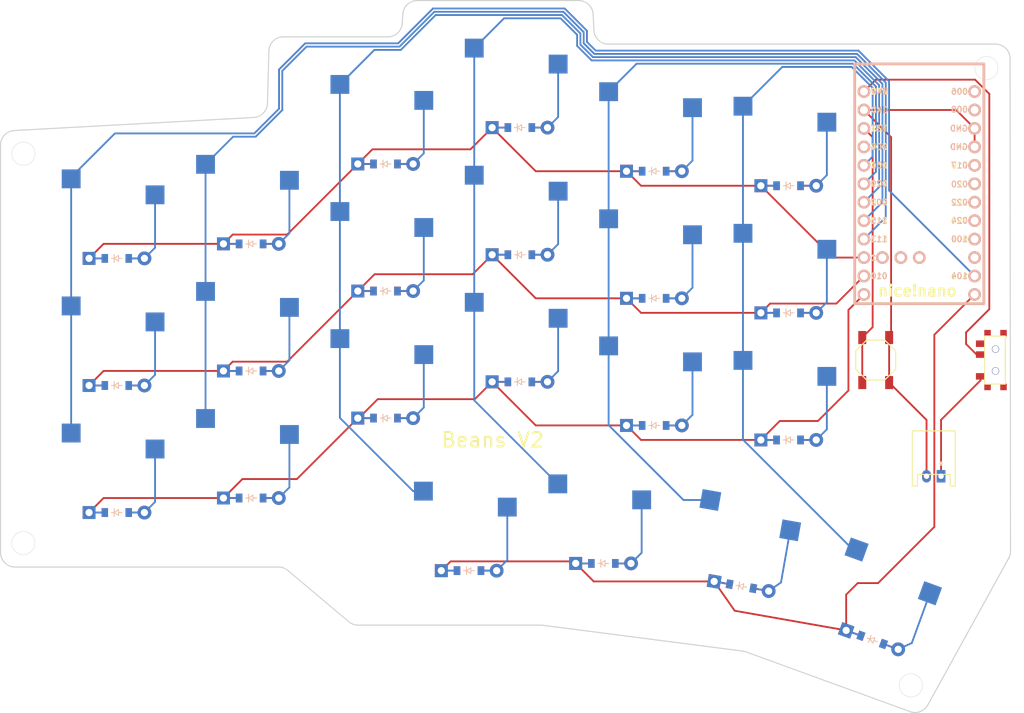
<source format=kicad_pcb>
(kicad_pcb (version 20240108) (generator "pcbnew") (generator_version "8.0")
  (title_block (title "left") (rev "v1.0.0") (company "Unknown"))
  (layers (0 "F.Cu" signal) (31 "B.Cu" signal) (34 "B.Paste" user) (35 "F.Paste" user) (36 "B.SilkS" user "B.Silkscreen") (37 "F.SilkS" user "F.Silkscreen") (38 "B.Mask" user) (39 "F.Mask" user) (44 "Edge.Cuts" user))
  (net 0 "")
  (net 1 "P104")
  (net 2 "first_bottom")
  (net 3 "first_home")
  (net 4 "first_top")
  (net 5 "P113")
  (net 6 "second_bottom")
  (net 7 "second_home")
  (net 8 "second_top")
  (net 9 "P115")
  (net 10 "third_bottom")
  (net 11 "third_home")
  (net 12 "third_top")
  (net 13 "P002")
  (net 14 "fourth_bottom")
  (net 15 "fourth_home")
  (net 16 "fourth_top")
  (net 17 "P029")
  (net 18 "fifth_bottom")
  (net 19 "fifth_home")
  (net 20 "fifth_top")
  (net 21 "P031")
  (net 22 "sixth_bottom")
  (net 23 "sixth_home")
  (net 24 "sixth_top")
  (net 25 "first_only")
  (net 26 "second_only")
  (net 27 "third_only")
  (net 28 "fourth_only")
  (net 29 "P009")
  (net 30 "P010")
  (net 31 "P111")
  (net 32 "P106")
  (net 33 "RAW")
  (net 34 "GND")
  (net 35 "RST")
  (net 36 "VCC")
  (net 37 "P006")
  (net 38 "P008")
  (net 39 "P017")
  (net 40 "P020")
  (net 41 "P022")
  (net 42 "P024")
  (net 43 "P100")
  (net 44 "P011")
  (net 45 "P101")
  (net 46 "P102")
  (net 47 "P107")
  (net 48 "pos")
  (footprint "E73:SPDT_C128955" (layer "F.Cu") (at 221.65576 66.405703 -90)
    (property "Reference" "T1" (hide yes))
    (property "Value" "" (hide yes))
  )
  (footprint "E73:SW_TACT_ALPS_SKQGABE010" (layer "F.Cu") (at 205.155757 66.405703 -90)
    (property "Reference" "B1" (hide yes))
    (property "Value" "" (hide yes))
  )
  (footprint "ComboDiode" (layer "F.Cu") (at 193.155761 42.405706)
    (property "Reference" "D18" (hide yes))
    (property "Value" "" (hide yes))
  )
  (footprint "ComboDiode" (layer "F.Cu") (at 156.155757 34.405704)
    (property "Reference" "D12" (hide yes))
    (property "Value" "" (hide yes))
  )
  (footprint "PG1350" (layer "F.Cu") (at 153.155758 29.405703)
    (property "Reference" "S12" (hide yes))
    (property "Value" "" (hide yes))
  )
  (footprint "ComboDiode" (layer "F.Cu") (at 193.155761 59.905704)
    (property "Reference" "D17" (hide yes))
    (property "Value" "" (hide yes))
  )
  (footprint "PG1350" (layer "F.Cu") (at 134.65576 69.405706)
    (property "Reference" "S7" (hide yes))
    (property "Value" "" (hide yes))
  )
  (footprint "ComboDiode" (layer "F.Cu") (at 119.155758 50.405704)
    (property "Reference" "D6" (hide yes))
    (property "Value" "" (hide yes))
  )
  (footprint "ComboDiode" (layer "F.Cu") (at 174.655758 75.405704)
    (property "Reference" "D13" (hide yes))
    (property "Value" "" (hide yes))
  )
  (footprint "ComboDiode" (layer "F.Cu") (at 137.655758 56.905703)
    (property "Reference" "D8" (hide yes))
    (property "Value" "" (hide yes))
  )
  (footprint "PG1350" (layer "F.Cu") (at 171.655756 52.905706)
    (property "Reference" "S14" (hide yes))
    (property "Value" "" (hide yes))
  )
  (footprint "PG1350" (layer "F.Cu") (at 97.655762 82.405704)
    (property "Reference" "S1" (hide yes))
    (property "Value" "" (hide yes))
  )
  (footprint "PG1350" (layer "F.Cu") (at 171.655763 35.405707)
    (property "Reference" "S15" (hide yes))
    (property "Value" "" (hide yes))
  )
  (footprint "PG1350" (layer "F.Cu") (at 190.155759 72.405703)
    (property "Reference" "S16" (hide yes))
    (property "Value" "" (hide yes))
  )
  (footprint "PG1350" (layer "F.Cu") (at 153.155757 64.405704)
    (property "Reference" "S10" (hide yes))
    (property "Value" "" (hide yes))
  )
  (footprint "ComboDiode" (layer "F.Cu") (at 100.655757 69.905703)
    (property "Reference" "D2" (hide yes))
    (property "Value" "" (hide yes))
  )
  (footprint "ComboDiode" (layer "F.Cu") (at 137.655761 74.405705)
    (property "Reference" "D7" (hide yes))
    (property "Value" "" (hide yes))
  )
  (footprint "ComboDiode" (layer "F.Cu") (at 156.155763 51.905704)
    (property "Reference" "D11" (hide yes))
    (property "Value" "" (hide yes))
  )
  (footprint "ComboDiode" (layer "F.Cu") (at 186.668049 97.55025 -10)
    (property "Reference" "D21" (hide yes))
    (property "Value" "" (hide yes))
  )
  (footprint "ComboDiode" (layer "F.Cu") (at 204.671799 104.933284 -20)
    (property "Reference" "D22" (hide yes))
    (property "Value" "" (hide yes))
  )
  (footprint "PG1350" (layer "F.Cu") (at 97.65576 47.405705)
    (property "Reference" "S3" (hide yes))
    (property "Value" "" (hide yes))
  )
  (footprint "ComboDiode" (layer "F.Cu") (at 156.155755 69.405707)
    (property "Reference" "D10" (hide yes))
    (property "Value" "" (hide yes))
  )
  (footprint "PG1350" (layer "F.Cu") (at 146.155762 90.405704)
    (property "Reference" "S19" (hide yes))
    (property "Value" "" (hide yes))
  )
  (footprint "PG1350" (layer "F.Cu") (at 171.65576 70.405705)
    (property "Reference" "S13" (hide yes))
    (property "Value" "" (hide yes))
  )
  (footprint "ComboDiode" (layer "F.Cu") (at 100.65576 52.405703)
    (property "Reference" "D3" (hide yes))
    (property "Value" "" (hide yes))
  )
  (footprint "ComboDiode" (layer "F.Cu") (at 149.155762 95.405704)
    (property "Reference" "D19" (hide yes))
    (property "Value" "" (hide yes))
  )
  (footprint "ComboDiode" (layer "F.Cu") (at 137.655763 39.405704)
    (property "Reference" "D9" (hide yes))
    (property "Value" "" (hide yes))
  )
  (footprint "PG1350" (layer "F.Cu") (at 134.655759 51.905706)
    (property "Reference" "S8" (hide yes))
    (property "Value" "" (hide yes))
  )
  (footprint "PG1350" (layer "F.Cu") (at 97.655758 64.905704)
    (property "Reference" "S2" (hide yes))
    (property "Value" "" (hide yes))
  )
  (footprint "PG1350" (layer "F.Cu") (at 164.655761 89.405704)
    (property "Reference" "S20" (hide yes))
    (property "Value" "" (hide yes))
  )
  (footprint "JST_PH_S2B-PH-K_02x2.00mm_Angled" (layer "F.Cu") (at 213.155761 82.405704 180)
    (property "Reference" "JST1" (hide yes))
    (property "Value" "" (hide yes))
  )
  (footprint "ComboDiode" (layer "F.Cu") (at 100.65576 87.405704)
    (property "Reference" "D1" (hide yes))
    (property "Value" "" (hide yes))
  )
  (footprint "PG1350" (layer "F.Cu") (at 116.155761 45.405706)
    (property "Reference" "S6" (hide yes))
    (property "Value" "" (hide yes))
  )
  (footprint "ComboDiode" (layer "F.Cu") (at 174.655763 57.905702)
    (property "Reference" "D14" (hide yes))
    (property "Value" "" (hide yes))
  )
  (footprint "PG1350" (layer "F.Cu") (at 203.56282 99.208761 -20)
    (property "Reference" "S22" (hide yes))
    (property "Value" "" (hide yes))
  )
  (footprint "PG1350" (layer "F.Cu") (at 190.155761 54.905704)
    (property "Reference" "S17" (hide yes))
    (property "Value" "" (hide yes))
  )
  (footprint "PG1350" (layer "F.Cu") (at 134.655756 34.405705)
    (property "Reference" "S9" (hide yes))
    (property "Value" "" (hide yes))
  )
  (footprint "ComboDiode" (layer "F.Cu") (at 193.155762 77.405706)
    (property "Reference" "D16" (hide yes))
    (property "Value" "" (hide yes))
  )
  (footprint "ComboDiode" (layer "F.Cu") (at 174.65576 40.405702)
    (property "Reference" "D15" (hide yes))
    (property "Value" "" (hide yes))
  )
  (footprint "PG1350" (layer "F.Cu") (at 184.581864 92.10527 -10)
    (property "Reference" "S21" (hide yes))
    (property "Value" "" (hide yes))
  )
  (footprint "PG1350" (layer "F.Cu") (at 153.155762 46.905702)
    (property "Reference" "S11" (hide yes))
    (property "Value" "" (hide yes))
  )
  (footprint "PG1350" (layer "F.Cu") (at 190.155759 37.405705)
    (property "Reference" "S18" (hide yes))
    (property "Value" "" (hide yes))
  )
  (footprint "nice_nano" (layer "F.Cu") (at 211.155756 43.405706 -90)
    (property "Reference" "MCU1" (hide yes))
    (property "Value" "nice_nano" (hide yes))
  )
  (footprint "ComboDiode" (layer "F.Cu") (at 119.155754 85.405705)
    (property "Reference" "D4" (hide yes))
    (property "Value" "" (hide yes))
  )
  (footprint "ComboDiode" (layer "F.Cu") (at 167.65576 94.405706)
    (property "Reference" "D20" (hide yes))
    (property "Value" "" (hide yes))
  )
  (footprint "PG1350" (layer "F.Cu") (at 116.155761 80.405707)
    (property "Reference" "S4" (hide yes))
    (property "Value" "" (hide yes))
  )
  (footprint "ComboDiode" (layer "F.Cu") (at 119.155764 67.905707)
    (property "Reference" "D5" (hide yes))
    (property "Value" "" (hide yes))
  )
  (footprint "PG1350" (layer "F.Cu") (at 116.15576 62.905705)
    (property "Reference" "S5" (hide yes))
    (property "Value" "" (hide yes))
  )
  (gr_line (start 86.546927 34.802641) (end 119.51558 33.00599) (stroke (width 0.15)) (layer "Edge.Cuts"))
  (gr_arc (start 84.655758 36.79968) (mid 85.203577 35.424482) (end 86.546927 34.802641) (stroke (width 0.15)) (layer "Edge.Cuts"))
  (gr_line (start 142.039358 16.905702) (end 164.253262 16.905704) (stroke (width 0.15)) (layer "Edge.Cuts"))
  (gr_arc (start 186.851778 106.480286) (mid 187.068672 106.520547) (end 187.279813 106.584448) (stroke (width 0.15)) (layer "Edge.Cuts"))
  (gr_circle (center 210 111.2) (end 211.6 111.2) (stroke (width 0.05)) (fill none) (layer "Edge.Cuts"))
  (gr_line (start 159.027231 102.905706) (end 133.8857 102.905705) (stroke (width 0.15)) (layer "Edge.Cuts"))
  (gr_line (start 123.601956 21.905701) (end 137.972162 21.905702) (stroke (width 0.15)) (layer "Edge.Cuts"))
  (gr_line (start 166.250769 18.805831) (end 166.360751 21.005579) (stroke (width 0.15)) (layer "Edge.Cuts"))
  (gr_line (start 223.469909 93.694371) (end 212.330171 113.901735) (stroke (width 0.15)) (layer "Edge.Cuts"))
  (gr_arc (start 164.253262 16.905705) (mid 165.631713 17.45661) (end 166.250769 18.805831) (stroke (width 0.15)) (layer "Edge.Cuts"))
  (gr_arc (start 159.027232 102.905706) (mid 159.155499 102.909824) (end 159.283239 102.922158) (stroke (width 0.15)) (layer "Edge.Cuts"))
  (gr_line (start 186.851778 106.480286) (end 159.283239 102.922158) (stroke (width 0.15)) (layer "Edge.Cuts"))
  (gr_arc (start 212.330172 113.901737) (mid 211.281276 114.808719) (end 209.894643 114.815574) (stroke (width 0.15)) (layer "Edge.Cuts"))
  (gr_line (start 139.968573 20.025491) (end 140.042947 18.78592) (stroke (width 0.15)) (layer "Edge.Cuts"))
  (gr_arc (start 133.885698 102.905706) (mid 133.199999 102.784488) (end 132.59742 102.435526) (stroke (width 0.15)) (layer "Edge.Cuts"))
  (gr_line (start 168.358259 22.905705) (end 221.657554 22.905706) (stroke (width 0.15)) (layer "Edge.Cuts"))
  (gr_circle (center 87.8 91.6) (end 89.4 91.6) (stroke (width 0.05)) (fill none) (layer "Edge.Cuts"))
  (gr_line (start 223.657551 24.903909) (end 223.718414 92.72703) (stroke (width 0.15)) (layer "Edge.Cuts"))
  (gr_arc (start 139.968573 20.025491) (mid 139.343371 21.361654) (end 137.972162 21.905702) (stroke (width 0.15)) (layer "Edge.Cuts"))
  (gr_arc (start 168.358259 22.905705) (mid 166.979806 22.3548) (end 166.360751 21.005579) (stroke (width 0.15)) (layer "Edge.Cuts"))
  (gr_line (start 84.655756 92.905705) (end 84.655758 36.79968) (stroke (width 0.15)) (layer "Edge.Cuts"))
  (gr_line (start 209.894643 114.815574) (end 187.279813 106.584448) (stroke (width 0.15)) (layer "Edge.Cuts"))
  (gr_circle (center 220.4 26.2) (end 222 26.2) (stroke (width 0.05)) (fill none) (layer "Edge.Cuts"))
  (gr_arc (start 221.657554 22.905706) (mid 223.071129 23.490859) (end 223.657551 24.903909) (stroke (width 0.15)) (layer "Edge.Cuts"))
  (gr_arc (start 140.042947 18.78592) (mid 140.668147 17.449755) (end 142.039358 16.905702) (stroke (width 0.15)) (layer "Edge.Cuts"))
  (gr_arc (start 86.65576 94.905704) (mid 85.241546 94.319919) (end 84.655756 92.905705) (stroke (width 0.15)) (layer "Edge.Cuts"))
  (gr_line (start 122.925824 94.905703) (end 86.65576 94.905704) (stroke (width 0.15)) (layer "Edge.Cuts"))
  (gr_line (start 121.406005 31.063472) (end 121.602703 23.851178) (stroke (width 0.15)) (layer "Edge.Cuts"))
  (gr_line (start 132.59742 102.435526) (end 124.214097 95.375883) (stroke (width 0.15)) (layer "Edge.Cuts"))
  (gr_arc (start 223.718414 92.72703) (mid 223.655515 93.226462) (end 223.469909 93.694371) (stroke (width 0.15)) (layer "Edge.Cuts"))
  (gr_arc (start 122.925826 94.905705) (mid 123.611521 95.026923) (end 124.214097 95.375883) (stroke (width 0.15)) (layer "Edge.Cuts"))
  (gr_arc (start 121.406004 31.063473) (mid 120.840047 32.403816) (end 119.51558 33.00599) (stroke (width 0.15)) (layer "Edge.Cuts"))
  (gr_circle (center 87.8 38) (end 89.4 38) (stroke (width 0.05)) (fill none) (layer "Edge.Cuts"))
  (gr_arc (start 121.602702 23.851181) (mid 122.207154 22.472345) (end 123.601956 21.905701) (stroke (width 0.15)) (layer "Edge.Cuts"))
  (gr_text "Beans V2" (at 145.15576 77.405703 0) (layer "F.SilkS") (effects (font (size 2 2) (thickness 0.3)) (justify left)))
  (segment (start 94.38076 41.21924) (end 100.4 35.2) (width 0.25) (layer "B.Cu") (net 1))
  (segment (start 165.4 22.6) (end 166.6 23.8) (width 0.25) (layer "B.Cu") (net 1))
  (segment (start 126.6 22.8) (end 139.4 22.8) (width 0.25) (layer "B.Cu") (net 1))
  (segment (start 94.380758 58.955703) (end 94.380762 59.724186) (width 0.25) (layer "B.Cu") (net 1))
  (segment (start 94.380761 59.724188) (end 94.380762 76.455705) (width 0.25) (layer "B.Cu") (net 1))
  (segment (start 94.380759 41.455707) (end 94.380758 58.955703) (width 0.25) (layer "B.Cu") (net 1))
  (segment (start 119.6 35.2) (end 123 31.8) (width 0.25) (layer "B.Cu") (net 1))
  (segment (start 144.2 18) (end 162.331077 18) (width 0.25) (layer "B.Cu") (net 1))
  (segment (start 123 26.4) (end 126.6 22.8) (width 0.25) (layer "B.Cu") (net 1))
  (segment (start 139.4 22.8) (end 144.2 18) (width 0.25) (layer "B.Cu") (net 1))
  (segment (start 123 31.8) (end 123 26.4) (width 0.25) (layer "B.Cu") (net 1))
  (segment (start 165.4 21.068923) (end 165.4 22.6) (width 0.25) (layer "B.Cu") (net 1))
  (segment (start 162.331077 18) (end 165.4 21.068923) (width 0.25) (layer "B.Cu") (net 1))
  (segment (start 202.780925 23.8) (end 207 28.019075) (width 0.25) (layer "B.Cu") (net 1))
  (segment (start 94.380762 59.724186) (end 94.380761 59.724188) (width 0.25) (layer "B.Cu") (net 1))
  (segment (start 207 28.019075) (end 207 43.05995) (width 0.25) (layer "B.Cu") (net 1))
  (segment (start 166.6 23.8) (end 202.780925 23.8) (width 0.25) (layer "B.Cu") (net 1))
  (segment (start 94.38076 41.455705) (end 94.38076 41.21924) (width 0.25) (layer "B.Cu") (net 1))
  (segment (start 100.4 35.2) (end 119.6 35.2) (width 0.25) (layer "B.Cu") (net 1))
  (segment (start 207 43.05995) (end 218.775756 54.835706) (width 0.25) (layer "B.Cu") (net 1))
  (segment (start 102.305761 87.405702) (end 104.465759 87.405707) (width 0.25) (layer "F.Cu") (net 2))
  (segment (start 105.930759 85.940701) (end 104.465758 87.405704) (width 0.25) (layer "B.Cu") (net 2))
  (segment (start 102.305761 87.405704) (end 104.465759 87.405706) (width 0.25) (layer "B.Cu") (net 2))
  (segment (start 104.465759 87.405706) (end 104.465758 87.405704) (width 0.25) (layer "B.Cu") (net 2))
  (segment (start 105.930761 78.655705) (end 105.930759 85.940701) (width 0.25) (layer "B.Cu") (net 2))
  (segment (start 102.305757 69.905705) (end 104.465763 69.905704) (width 0.25) (layer "F.Cu") (net 3))
  (segment (start 102.305757 69.905705) (end 104.465761 69.905703) (width 0.25) (layer "B.Cu") (net 3))
  (segment (start 104.465761 69.905703) (end 104.465759 69.905701) (width 0.25) (layer "B.Cu") (net 3))
  (segment (start 105.930761 68.440701) (end 104.465759 69.905701) (width 0.25) (layer "B.Cu") (net 3))
  (segment (start 105.930761 61.155705) (end 105.930761 68.440701) (width 0.25) (layer "B.Cu") (net 3))
  (segment (start 102.305762 52.4057) (end 104.465759 52.405702) (width 0.25) (layer "F.Cu") (net 4))
  (segment (start 105.930763 50.940705) (end 104.465759 52.405702) (width 0.25) (layer "B.Cu") (net 4))
  (segment (start 104.46576 52.405704) (end 104.465759 52.405702) (width 0.25) (layer "B.Cu") (net 4))
  (segment (start 105.930758 43.655704) (end 105.930763 50.940705) (width 0.25) (layer "B.Cu") (net 4))
  (segment (start 102.30576 52.405705) (end 104.46576 52.405704) (width 0.25) (layer "B.Cu") (net 4))
  (segment (start 112.88076 56.955704) (end 112.88076 56.955704) (width 0.25) (layer "B.Cu") (net 5))
  (segment (start 206.53706 28.192531) (end 206.53706 46.754402) (width 0.25) (layer "B.Cu") (net 5))
  (segment (start 162.144681 18.45) (end 164.947341 21.25266) (width 0.25) (layer "B.Cu") (net 5))
  (segment (start 206.53706 46.754402) (end 203.535756 49.755706) (width 0.25) (layer "B.Cu") (net 5))
  (segment (start 144.386396 18.45) (end 162.144681 18.45) (width 0.25) (layer "B.Cu") (net 5))
  (segment (start 164.947341 21.25266) (end 164.947341 22.783737) (width 0.25) (layer "B.Cu") (net 5))
  (segment (start 166.413604 24.25) (end 202.594529 24.25) (width 0.25) (layer "B.Cu") (net 5))
  (segment (start 112.880757 39.455705) (end 112.88076 56.955704) (width 0.25) (layer "B.Cu") (net 5))
  (segment (start 202.594529 24.25) (end 206.53706 28.192531) (width 0.25) (layer "B.Cu") (net 5))
  (segment (start 164.947341 22.783737) (end 166.413604 24.25) (width 0.25) (layer "B.Cu") (net 5))
  (segment (start 123.45 26.586396) (end 126.786396 23.25) (width 0.25) (layer "B.Cu") (net 5))
  (segment (start 126.786396 23.25) (end 139.586396 23.25) (width 0.25) (layer "B.Cu") (net 5))
  (segment (start 119.786396 35.65) (end 123.45 31.986396) (width 0.25) (layer "B.Cu") (net 5))
  (segment (start 112.880761 39.455706) (end 116.686467 35.65) (width 0.25) (layer "B.Cu") (net 5))
  (segment (start 116.686467 35.65) (end 119.786396 35.65) (width 0.25) (layer "B.Cu") (net 5))
  (segment (start 139.586396 23.25) (end 144.386396 18.45) (width 0.25) (layer "B.Cu") (net 5))
  (segment (start 112.880757 74.455706) (end 112.88076 56.955704) (width 0.25) (layer "B.Cu") (net 5))
  (segment (start 123.45 31.986396) (end 123.45 26.586396) (width 0.25) (layer "B.Cu") (net 5))
  (segment (start 120.805759 85.405702) (end 122.965759 85.405703) (width 0.25) (layer "F.Cu") (net 6))
  (segment (start 124.430761 83.9407) (end 122.965758 85.405703) (width 0.25) (layer "B.Cu") (net 6))
  (segment (start 122.965757 85.405704) (end 122.965758 85.405703) (width 0.25) (layer "B.Cu") (net 6))
  (segment (start 124.43076 76.655705) (end 124.430761 83.9407) (width 0.25) (layer "B.Cu") (net 6))
  (segment (start 120.805758 85.405704) (end 122.965757 85.405704) (width 0.25) (layer "B.Cu") (net 6))
  (segment (start 120.805761 67.905703) (end 122.965759 67.905705) (width 0.25) (layer "F.Cu") (net 7))
  (segment (start 120.805762 67.905704) (end 120.805761 67.905704) (width 0.25) (layer "B.Cu") (net 7))
  (segment (start 124.43076 66.440702) (end 122.965758 67.905704) (width 0.25) (layer "B.Cu") (net 7))
  (segment (start 124.430764 59.155705) (end 124.43076 66.440702) (width 0.25) (layer "B.Cu") (net 7))
  (segment (start 122.965758 67.905704) (end 120.805762 67.905704) (width 0.25) (layer "B.Cu") (net 7))
  (segment (start 120.805764 50.405706) (end 122.965764 50.405703) (width 0.25) (layer "F.Cu") (net 8))
  (segment (start 124.430762 41.655706) (end 124.43076 48.940703) (width 0.25) (layer "B.Cu") (net 8))
  (segment (start 124.43076 48.940703) (end 122.965763 50.405703) (width 0.25) (layer "B.Cu") (net 8))
  (segment (start 122.965762 50.405703) (end 122.965763 50.405703) (width 0.25) (layer "B.Cu") (net 8))
  (segment (start 120.805763 50.405706) (end 122.965762 50.405703) (width 0.25) (layer "B.Cu") (net 8))
  (segment (start 131.380761 63.455706) (end 131.380761 74.368706) (width 0.25) (layer "B.Cu") (net 9))
  (segment (start 131.38076 46.379638) (end 131.380761 63.455706) (width 0.25) (layer "B.Cu") (net 9))
  (segment (start 131.380758 45.955706) (end 131.380758 46.379635) (width 0.25) (layer "B.Cu") (net 9))
  (segment (start 206.08706 44.664402) (end 203.535756 47.215706) (width 0.25) (layer "B.Cu") (net 9))
  (segment (start 139.772792 23.7) (end 144.572792 18.9) (width 0.25) (layer "B.Cu") (net 9))
  (segment (start 206.08706 28.378927) (end 206.08706 44.664402) (width 0.25) (layer "B.Cu") (net 9))
  (segment (start 131.380757 28.455705) (end 131.380756 45.955703) (width 0.25) (layer "B.Cu") (net 9))
  (segment (start 131.380758 46.379635) (end 131.38076 46.379638) (width 0.25) (layer "B.Cu") (net 9))
  (segment (start 144.572792 18.9) (end 161.958285 18.9) (width 0.25) (layer "B.Cu") (net 9))
  (segment (start 141.467758 84.455704) (end 142.880762 84.455704) (width 0.25) (layer "B.Cu") (net 9))
  (segment (start 164.497341 21.439056) (end 164.497341 22.970133) (width 0.25) (layer "B.Cu") (net 9))
  (segment (start 131.380756 28.455705) (end 136.136461 23.7) (width 0.25) (layer "B.Cu") (net 9))
  (segment (start 164.497341 22.970133) (end 166.227208 24.7) (width 0.25) (layer "B.Cu") (net 9))
  (segment (start 131.380761 74.368706) (end 141.467758 84.455704) (width 0.25) (layer "B.Cu") (net 9))
  (segment (start 131.380756 45.955703) (end 131.380758 45.955706) (width 0.25) (layer "B.Cu") (net 9))
  (segment (start 161.958285 18.9) (end 164.497341 21.439056) (width 0.25) (layer "B.Cu") (net 9))
  (segment (start 136.136461 23.7) (end 139.772792 23.7) (width 0.25) (layer "B.Cu") (net 9))
  (segment (start 166.227208 24.7) (end 202.408133 24.7) (width 0.25) (layer "B.Cu") (net 9))
  (segment (start 202.408133 24.7) (end 206.08706 28.378927) (width 0.25) (layer "B.Cu") (net 9))
  (segment (start 139.305759 74.405703) (end 141.465763 74.405706) (width 0.25) (layer "F.Cu") (net 10))
  (segment (start 139.305759 74.405705) (end 141.46576 74.405707) (width 0.25) (layer "B.Cu") (net 10))
  (segment (start 142.930762 72.940706) (end 141.465763 74.405708) (width 0.25) (layer "B.Cu") (net 10))
  (segment (start 141.46576 74.405707) (end 141.465763 74.405708) (width 0.25) (layer "B.Cu") (net 10))
  (segment (start 142.930758 65.655704) (end 142.930762 72.940706) (width 0.25) (layer "B.Cu") (net 10))
  (segment (start 139.305764 56.905705) (end 141.465759 56.905704) (width 0.25) (layer "F.Cu") (net 11))
  (segment (start 141.465759 56.905705) (end 141.465759 56.905704) (width 0.25) (layer "B.Cu") (net 11))
  (segment (start 142.930759 48.155706) (end 142.930759 55.440703) (width 0.25) (layer "B.Cu") (net 11))
  (segment (start 142.930759 55.440703) (end 141.465759 56.905704) (width 0.25) (layer "B.Cu") (net 11))
  (segment (start 139.305762 56.905705) (end 141.465759 56.905705) (width 0.25) (layer "B.Cu") (net 11))
  (segment (start 139.305755 39.405704) (end 141.46576 39.405703) (width 0.25) (layer "F.Cu") (net 12))
  (segment (start 142.930758 30.655704) (end 142.930759 37.940702) (width 0.25) (layer "B.Cu") (net 12))
  (segment (start 141.46576 39.405704) (end 141.46576 39.405702) (width 0.25) (layer "B.Cu") (net 12))
  (segment (start 139.305757 39.405705) (end 141.46576 39.405704) (width 0.25) (layer "B.Cu") (net 12))
  (segment (start 142.930759 37.940702) (end 141.46576 39.405702) (width 0.25) (layer "B.Cu") (net 12))
  (segment (start 149.880758 40.955699) (end 149.880759 40.955702) (width 0.25) (layer "B.Cu") (net 13))
  (segment (start 205.63706 28.565323) (end 205.63706 42.574402) (width 0.25) (layer "B.Cu") (net 13))
  (segment (start 149.880759 58.455704) (end 149.880757 71.955702) (width 0.25) (layer "B.Cu") (net 13))
  (segment (start 161.771889 19.35) (end 164.047341 21.625452) (width 0.25) (layer "B.Cu") (net 13))
  (segment (start 149.880757 41.502482) (end 149.880759 58.455704) (width 0.25) (layer "B.Cu") (net 13))
  (segment (start 205.63706 42.574402) (end 203.535756 44.675706) (width 0.25) (layer "B.Cu") (net 13))
  (segment (start 164.047341 21.625452) (end 164.047341 23.156529) (width 0.25) (layer "B.Cu") (net 13))
  (segment (start 149.880758 23.455703) (end 153.986461 19.35) (width 0.25) (layer "B.Cu") (net 13))
  (segment (start 149.880759 40.955702) (end 149.880759 41.502479) (width 0.25) (layer "B.Cu") (net 13))
  (segment (start 164.047341 23.156529) (end 166.040812 25.15) (width 0.25) (layer "B.Cu") (net 13))
  (segment (start 166.040812 25.15) (end 202.221737 25.15) (width 0.25) (layer "B.Cu") (net 13))
  (segment (start 149.880758 23.455703) (end 149.880758 40.955699) (width 0.25) (layer "B.Cu") (net 13))
  (segment (start 149.880757 71.955702) (end 161.380761 83.455704) (width 0.25) (layer "B.Cu") (net 13))
  (segment (start 202.221737 25.15) (end 205.63706 28.565323) (width 0.25) (layer "B.Cu") (net 13))
  (segment (start 149.880759 41.502479) (end 149.880757 41.502482) (width 0.25) (layer "B.Cu") (net 13))
  (segment (start 153.986461 19.35) (end 161.771889 19.35) (width 0.25) (layer "B.Cu") (net 13))
  (segment (start 157.80576 69.405704) (end 159.965758 69.405706) (width 0.25) (layer "F.Cu") (net 14))
  (segment (start 157.805759 69.405707) (end 159.965754 69.405707) (width 0.25) (layer "B.Cu") (net 14))
  (segment (start 159.965754 69.405707) (end 159.965758 69.405706) (width 0.25) (layer "B.Cu") (net 14))
  (segment (start 161.430757 60.655705) (end 161.430757 67.940706) (width 0.25) (layer "B.Cu") (net 14))
  (segment (start 161.430757 67.940706) (end 159.965758 69.405706) (width 0.25) (layer "B.Cu") (net 14))
  (segment (start 159.965758 51.905703) (end 157.805763 51.905705) (width 0.25) (layer "F.Cu") (net 15))
  (segment (start 157.805762 51.905705) (end 159.965757 51.905703) (width 0.25) (layer "B.Cu") (net 15))
  (segment (start 159.965757 51.905703) (end 159.965759 51.905703) (width 0.25) (layer "B.Cu") (net 15))
  (segment (start 161.43076 50.440705) (end 159.965759 51.905703) (width 0.25) (layer "B.Cu") (net 15))
  (segment (start 161.430764 43.155704) (end 161.43076 50.440705) (width 0.25) (layer "B.Cu") (net 15))
  (segment (start 157.805756 34.405701) (end 159.965764 34.405706) (width 0.25) (layer "F.Cu") (net 16))
  (segment (start 157.805763 34.405708) (end 159.965756 34.405706) (width 0.25) (layer "B.Cu") (net 16))
  (segment (start 161.430755 25.655702) (end 161.430758 32.940706) (width 0.25) (layer "B.Cu") (net 16))
  (segment (start 161.430758 32.940706) (end 159.965758 34.405707) (width 0.25) (layer "B.Cu") (net 16))
  (segment (start 159.965756 34.405706) (end 159.965758 34.405707) (width 0.25) (layer "B.Cu") (net 16))
  (segment (start 168.380756 46.955706) (end 168.380755 64.455701) (width 0.25) (layer "B.Cu") (net 17))
  (segment (start 205.18706 28.751719) (end 205.18706 40.484402) (width 0.25) (layer "B.Cu") (net 17))
  (segment (start 178.689022 85.676964) (end 182.389823 85.676965) (width 0.25) (layer "B.Cu") (net 17))
  (segment (start 172.23647 25.6) (end 202.035341 25.6) (width 0.25) (layer "B.Cu") (net 17))
  (segment (start 168.380758 64.455704) (end 168.380759 75.368703) (width 0.25) (layer "B.Cu") (net 17))
  (segment (start 168.380763 29.455706) (end 168.380762 46.955699) (width 0.25) (layer "B.Cu") (net 17))
  (segment (start 168.380759 75.368703) (end 178.689022 85.676964) (width 0.25) (layer "B.Cu") (net 17))
  (segment (start 168.380763 29.455707) (end 172.23647 25.6) (width 0.25) (layer "B.Cu") (net 17))
  (segment (start 205.18706 40.484402) (end 203.535756 42.135706) (width 0.25) (layer "B.Cu") (net 17))
  (segment (start 168.380755 64.455701) (end 168.380758 64.455704) (width 0.25) (layer "B.Cu") (net 17))
  (segment (start 168.380762 46.955699) (end 168.380756 46.955706) (width 0.25) (layer "B.Cu") (net 17))
  (segment (start 202.035341 25.6) (end 205.18706 28.751719) (width 0.25) (layer "B.Cu") (net 17))
  (segment (start 176.30576 75.405704) (end 178.465756 75.405703) (width 0.25) (layer "F.Cu") (net 18))
  (segment (start 178.465759 75.405704) (end 178.465757 75.405703) (width 0.25) (layer "B.Cu") (net 18))
  (segment (start 176.30576 75.405705) (end 178.465759 75.405704) (width 0.25) (layer "B.Cu") (net 18))
  (segment (start 179.930758 73.940705) (end 178.465757 75.405703) (width 0.25) (layer "B.Cu") (net 18))
  (segment (start 179.930758 66.655703) (end 179.930758 73.940705) (width 0.25) (layer "B.Cu") (net 18))
  (segment (start 176.305754 57.905705) (end 178.465758 57.9057) (width 0.25) (layer "F.Cu") (net 19))
  (segment (start 179.930754 56.440707) (end 178.46576 57.905705) (width 0.25) (layer "B.Cu") (net 19))
  (segment (start 176.305756 57.905705) (end 178.465761 57.905705) (width 0.25) (layer "B.Cu") (net 19))
  (segment (start 178.465761 57.905705) (end 178.46576 57.905705) (width 0.25) (layer "B.Cu") (net 19))
  (segment (start 179.930755 49.155704) (end 179.930754 56.440707) (width 0.25) (layer "B.Cu") (net 19))
  (segment (start 176.305761 40.405705) (end 178.465758 40.405704) (width 0.25) (layer "F.Cu") (net 20))
  (segment (start 176.305761 40.405705) (end 178.465757 40.405705) (width 0.25) (layer "B.Cu") (net 20))
  (segment (start 178.465757 40.405705) (end 178.465759 40.405704) (width 0.25) (layer "B.Cu") (net 20))
  (segment (start 179.930762 31.655707) (end 179.930762 38.9407) (width 0.25) (layer "B.Cu") (net 20))
  (segment (start 179.930762 38.9407) (end 178.465759 40.405704) (width 0.25) (layer "B.Cu") (net 20))
  (segment (start 186.880759 48.955704) (end 186.88076 48.955705) (width 0.25) (layer "B.Cu") (net 21))
  (segment (start 204.73706 28.938115) (end 204.73706 38.394402) (width 0.25) (layer "B.Cu") (net 21))
  (segment (start 186.880757 77.368702) (end 202.009529 92.497473) (width 0.25) (layer "B.Cu") (net 21))
  (segment (start 202.009529 92.497473) (end 202.520347 92.497472) (width 0.25) (layer "B.Cu") (net 21))
  (segment (start 201.848945 26.05) (end 204.73706 28.938115) (width 0.25) (layer "B.Cu") (net 21))
  (segment (start 192.286464 26.05) (end 201.848945 26.05) (width 0.25) (layer "B.Cu") (net 21))
  (segment (start 204.73706 38.394402) (end 203.535756 39.595706) (width 0.25) (layer "B.Cu") (net 21))
  (segment (start 186.88076 48.955705) (end 186.88076 66.455701) (width 0.25) (layer "B.Cu") (net 21))
  (segment (start 186.880759 31.455705) (end 192.286464 26.05) (width 0.25) (layer "B.Cu") (net 21))
  (segment (start 186.88076 66.455701) (end 186.880759 66.455702) (width 0.25) (layer "B.Cu") (net 21))
  (segment (start 186.880759 66.455702) (end 186.880757 77.368702) (width 0.25) (layer "B.Cu") (net 21))
  (segment (start 186.880759 31.455705) (end 186.880759 48.955704) (width 0.25) (layer "B.Cu") (net 21))
  (segment (start 194.805756 77.405706) (end 196.96576 77.405703) (width 0.25) (layer "F.Cu") (net 22))
  (segment (start 198.430758 75.940706) (end 196.965762 77.405703) (width 0.25) (layer "B.Cu") (net 22))
  (segment (start 196.965762 77.405704) (end 196.965762 77.405703) (width 0.25) (layer "B.Cu") (net 22))
  (segment (start 198.430756 68.655705) (end 198.430758 75.940706) (width 0.25) (layer "B.Cu") (net 22))
  (segment (start 194.805759 77.405707) (end 196.965762 77.405704) (width 0.25) (layer "B.Cu") (net 22))
  (segment (start 194.805762 59.905705) (end 196.965756 59.905706) (width 0.25) (layer "F.Cu") (net 23))
  (segment (start 194.805761 59.905707) (end 196.965758 59.905705) (width 0.25) (layer "B.Cu") (net 23))
  (segment (start 198.430759 58.440707) (end 196.965758 59.905704) (width 0.25) (layer "B.Cu") (net 23))
  (segment (start 196.965758 59.905705) (end 196.965758 59.905704) (width 0.25) (layer "B.Cu") (net 23))
  (segment (start 198.43076 51.155704) (end 198.430759 58.440707) (width 0.25) (layer "B.Cu") (net 23))
  (segment (start 194.805757 42.405705) (end 196.965759 42.405702) (width 0.25) (layer "F.Cu") (net 24))
  (segment (start 196.965759 42.405707) (end 194.805757 42.405707) (width 0.25) (layer "B.Cu") (net 24))
  (segment (start 198.430761 40.940706) (end 196.965759 42.405707) (width 0.25) (layer "B.Cu") (net 24))
  (segment (start 198.43076 33.655704) (end 198.430761 40.940706) (width 0.25) (layer "B.Cu") (net 24))
  (segment (start 194.805757 42.405707) (end 194.805757 42.405708) (width 0.25) (layer "B.Cu") (net 24))
  (segment (start 150.805764 95.405705) (end 152.965757 95.405705) (width 0.25) (layer "F.Cu") (net 25))
  (segment (start 154.43076 86.655705) (end 154.430762 93.940705) (width 0.25) (layer "B.Cu") (net 25))
  (segment (start 152.965757 95.405705) (end 152.965758 95.405703) (width 0.25) (layer "B.Cu") (net 25))
  (segment (start 154.430762 93.940705) (end 152.965758 95.405703) (width 0.25) (layer "B.Cu") (net 25))
  (segment (start 150.805761 95.405705) (end 152.965757 95.405705) (width 0.25) (layer "B.Cu") (net 25))
  (segment (start 169.305763 94.405704) (end 171.465761 94.405707) (width 0.25) (layer "F.Cu") (net 26))
  (segment (start 172.93076 85.655705) (end 172.930763 92.940705) (width 0.25) (layer "B.Cu") (net 26))
  (segment (start 171.46576 94.405707) (end 171.465761 94.405707) (width 0.25) (layer "B.Cu") (net 26))
  (segment (start 169.30576 94.405705) (end 171.46576 94.405707) (width 0.25) (layer "B.Cu") (net 26))
  (segment (start 172.930763 92.940705) (end 171.465761 94.405707) (width 0.25) (layer "B.Cu") (net 26))
  (segment (start 188.292982 97.836769) (end 190.420162 98.211847) (width 0.25) (layer "F.Cu") (net 27))
  (segment (start 190.420162 98.211847) (end 190.420166 98.211854) (width 0.25) (layer "F.Cu") (net 27))
  (segment (start 193.382327 89.84918) (end 192.1173 97.023504) (width 0.25) (layer "B.Cu") (net 27))
  (segment (start 188.292982 97.836771) (end 188.292981 97.836769) (width 0.25) (layer "B.Cu") (net 27))
  (segment (start 192.1173 97.023504) (end 190.420166 98.211851) (width 0.25) (layer "B.Cu") (net 27))
  (segment (start 190.420166 98.211854) (end 188.292982 97.836771) (width 0.25) (layer "B.Cu") (net 27))
  (segment (start 206.222293 105.497614) (end 208.252029 106.23638) (width 0.25) (layer "F.Cu") (net 28))
  (segment (start 208.252029 106.23638) (end 208.252026 106.236382) (width 0.25) (layer "F.Cu") (net 28))
  (segment (start 208.252026 106.236382) (end 206.22229 105.497618) (width 0.25) (layer "B.Cu") (net 28))
  (segment (start 212.621352 98.51513) (end 210.129734 105.360792) (width 0.25) (layer "B.Cu") (net 28))
  (segment (start 206.22229 105.497618) (end 206.222293 105.497614) (width 0.25) (layer "B.Cu") (net 28))
  (segment (start 210.129734 105.360792) (end 208.252026 106.236382) (width 0.25) (layer "B.Cu") (net 28))
  (segment (start 115.345758 85.405706) (end 117.505763 85.405704) (width 0.25) (layer "F.Cu") (net 29))
  (segment (start 197.2 74.8) (end 191.951468 74.8) (width 0.25) (layer "F.Cu") (net 29))
  (segment (start 201.4 70.6) (end 197.2 74.8) (width 0.25) (layer "F.Cu") (net 29))
  (segment (start 189.345758 77.405703) (end 191.505763 77.405704) (width 0.25) (layer "F.Cu") (net 29))
  (segment (start 136.592182 71.791059) (end 149.960405 71.79106) (width 0.25) (layer "F.Cu") (net 29))
  (segment (start 125.460405 82.79106) (end 133.845758 74.405706) (width 0.25) (layer "F.Cu") (net 29))
  (segment (start 133.845758 74.405706) (end 133.977536 74.405705) (width 0.25) (layer "F.Cu") (net 29))
  (segment (start 96.845761 87.405703) (end 98.84576 85.405705) (width 0.25) (layer "F.Cu") (net 29))
  (segment (start 152.345754 69.405702) (end 154.505762 69.405702) (width 0.25) (layer "F.Cu") (net 29))
  (segment (start 170.845761 75.405704) (end 173.00576 75.405706) (width 0.25) (layer "F.Cu") (net 29))
  (segment (start 191.951468 74.8) (end 189.345762 77.405706) (width 0.25) (layer "F.Cu") (net 29))
  (segment (start 201.4 59.511459) (end 201.4 70.6) (width 0.25) (layer "F.Cu") (net 29))
  (segment (start 172.845762 77.405706) (end 189.345761 77.405706) (width 0.25) (layer "F.Cu") (net 29))
  (segment (start 115.345754 85.405704) (end 117.960401 82.791059) (width 0.25) (layer "F.Cu") (net 29))
  (segment (start 117.960401 82.791059) (end 125.460405 82.79106) (width 0.25) (layer "F.Cu") (net 29))
  (segment (start 98.84576 85.405705) (end 115.345754 85.405704) (width 0.25) (layer "F.Cu") (net 29))
  (segment (start 149.960405 71.79106) (end 152.345757 69.405706) (width 0.25) (layer "F.Cu") (net 29))
  (segment (start 133.845759 74.405703) (end 136.005758 74.405706) (width 0.25) (layer "F.Cu") (net 29))
  (segment (start 158.345753 75.405702) (end 170.84576 75.405704) (width 0.25) (layer "F.Cu") (net 29))
  (segment (start 133.977536 74.405705) (end 136.592182 71.791059) (width 0.25) (layer "F.Cu") (net 29))
  (segment (start 170.84576 75.405704) (end 172.845762 77.405706) (width 0.25) (layer "F.Cu") (net 29))
  (segment (start 152.345757 69.405706) (end 158.345753 75.405702) (width 0.25) (layer "F.Cu") (net 29))
  (segment (start 203.535756 57.375703) (end 201.4 59.511459) (width 0.25) (layer "F.Cu") (net 29))
  (segment (start 96.845764 87.405706) (end 99.00576 87.405706) (width 0.25) (layer "F.Cu") (net 29))
  (segment (start 152.34576 69.405706) (end 154.505759 69.405705) (width 0.25) (layer "B.Cu") (net 29))
  (segment (start 173.005758 75.405705) (end 173.005761 75.405703) (width 0.25) (layer "B.Cu") (net 29))
  (segment (start 99.005758 87.405704) (end 99.005759 87.405704) (width 0.25) (layer "B.Cu") (net 29))
  (segment (start 154.505759 69.405705) (end 154.505762 69.405705) (width 0.25) (layer "B.Cu") (net 29))
  (segment (start 115.345755 85.405705) (end 117.505759 85.405702) (width 0.25) (layer "B.Cu") (net 29))
  (segment (start 117.505759 85.405702) (end 117.505759 85.405701) (width 0.25) (layer "B.Cu") (net 29))
  (segment (start 170.845763 75.405705) (end 173.005758 75.405705) (width 0.25) (layer "B.Cu") (net 29))
  (segment (start 96.845764 87.405704) (end 99.005758 87.405704) (width 0.25) (layer "B.Cu") (net 29))
  (segment (start 191.505762 77.405705) (end 191.505763 77.405704) (width 0.25) (layer "B.Cu") (net 29))
  (segment (start 189.345759 77.405704) (end 191.505762 77.405705) (width 0.25) (layer "B.Cu") (net 29))
  (segment (start 133.845758 74.405705) (end 136.005758 74.405706) (width 0.25) (layer "B.Cu") (net 29))
  (segment (start 136.005758 74.405706) (end 136.00576 74.405703) (width 0.25) (layer "B.Cu") (net 29))
  (segment (start 172.845764 59.905704) (end 189.345761 59.905704) (width 0.25) (layer "F.Cu") (net 30))
  (segment (start 96.845757 69.905702) (end 98.845754 67.905707) (width 0.25) (layer "F.Cu") (net 30))
  (segment (start 152.345763 51.905705) (end 158.345761 57.905702) (width 0.25) (layer "F.Cu") (net 30))
  (segment (start 133.845759 56.905704) (end 136.160404 54.591059) (width 0.25) (layer "F.Cu") (net 30))
  (segment (start 115.345763 67.905706) (end 116.623262 66.628207) (width 0.25) (layer "F.Cu") (net 30))
  (segment (start 158.345761 57.905702) (end 170.845762 57.905703) (width 0.25) (layer "F.Cu") (net 30))
  (segment (start 98.845754 67.905707) (end 115.345763 67.905706) (width 0.25) (layer "F.Cu") (net 30))
  (segment (start 199.743258 58.628204) (end 203.535756 54.835706) (width 0.25) (layer "F.Cu") (net 30))
  (segment (start 170.845756 57.905707) (end 173.005763 57.905705) (width 0.25) (layer "F.Cu") (net 30))
  (segment (start 96.845761 69.905704) (end 99.005758 69.905707) (width 0.25) (layer "F.Cu") (net 30))
  (segment (start 189.345761 59.905704) (end 190.623261 58.628204) (width 0.25) (layer "F.Cu") (net 30))
  (segment (start 116.623262 66.628207) (end 124.123257 66.628207) (width 0.25) (layer "F.Cu") (net 30))
  (segment (start 170.845762 57.905703) (end 172.845764 59.905704) (width 0.25) (layer "F.Cu") (net 30))
  (segment (start 149.660408 54.591059) (end 152.345763 51.905705) (width 0.25) (layer "F.Cu") (net 30))
  (segment (start 189.345761 59.905706) (end 191.50576 59.905704) (width 0.25) (layer "F.Cu") (net 30))
  (segment (start 136.160404 54.591059) (end 149.660408 54.591059) (width 0.25) (layer "F.Cu") (net 30))
  (segment (start 152.345761 51.905705) (end 154.505758 51.905705) (width 0.25) (layer "F.Cu") (net 30))
  (segment (start 190.623261 58.628204) (end 199.743258 58.628204) (width 0.25) (layer "F.Cu") (net 30))
  (segment (start 133.84576 56.905705) (end 136.005757 56.905703) (width 0.25) (layer "F.Cu") (net 30))
  (segment (start 115.345761 67.9057) (end 117.505759 67.905703) (width 0.25) (layer "F.Cu") (net 30))
  (segment (start 124.123257 66.628207) (end 133.845759 56.905704) (width 0.25) (layer "F.Cu") (net 30))
  (segment (start 189.345762 59.905706) (end 191.50576 59.905704) (width 0.25) (layer "B.Cu") (net 30))
  (segment (start 191.50576 59.905704) (end 191.505761 59.905703) (width 0.25) (layer "B.Cu") (net 30))
  (segment (start 154.505757 51.905704) (end 154.505757 51.905703) (width 0.25) (layer "B.Cu") (net 30))
  (segment (start 115.345763 67.9057) (end 115.345762 67.905701) (width 0.25) (layer "B.Cu") (net 30))
  (segment (start 133.845761 56.905701) (end 136.005759 56.905702) (width 0.25) (layer "B.Cu") (net 30))
  (segment (start 96.845758 69.905703) (end 99.005758 69.905704) (width 0.25) (layer "B.Cu") (net 30))
  (segment (start 136.005759 56.905702) (end 136.00576 56.905702) (width 0.25) (layer "B.Cu") (net 30))
  (segment (start 99.005758 69.905704) (end 99.005759 69.905703) (width 0.25) (layer "B.Cu") (net 30))
  (segment (start 152.34576 51.905705) (end 154.505757 51.905704) (width 0.25) (layer "B.Cu") (net 30))
  (segment (start 170.845758 57.905706) (end 173.005761 57.905702) (width 0.25) (layer "B.Cu") (net 30))
  (segment (start 117.505758 67.905702) (end 115.345763 67.9057) (width 0.25) (layer "B.Cu") (net 30))
  (segment (start 173.005761 57.905702) (end 173.00576 57.905701) (width 0.25) (layer "B.Cu") (net 30))
  (segment (start 98.845758 50.405704) (end 115.345758 50.405703) (width 0.25) (layer "F.Cu") (net 31))
  (segment (start 189.345761 42.405706) (end 199.235761 52.295706) (width 0.25) (layer "F.Cu") (net 31))
  (segment (start 96.845758 52.405704) (end 99.005762 52.405703) (width 0.25) (layer "F.Cu") (net 31))
  (segment (start 152.345756 34.405705) (end 158.345757 40.405703) (width 0.25) (layer "F.Cu") (net 31))
  (segment (start 133.845763 39.405704) (end 135.860407 37.391059) (width 0.25) (layer "F.Cu") (net 31))
  (segment (start 172.845762 42.405705) (end 189.345761 42.405706) (width 0.25) (layer "F.Cu") (net 31))
  (segment (start 170.845758 40.405703) (end 173.005757 40.405703) (width 0.25) (layer "F.Cu") (net 31))
  (segment (start 189.345762 42.405704) (end 191.505761 42.405705) (width 0.25) (layer "F.Cu") (net 31))
  (segment (start 116.623258 49.128204) (end 124.123262 49.128204) (width 0.25) (layer "F.Cu") (net 31))
  (segment (start 115.345758 50.405704) (end 117.50576 50.405703) (width 0.25) (layer "F.Cu") (net 31))
  (segment (start 170.845759 40.405703) (end 172.845762 42.405705) (width 0.25) (layer "F.Cu") (net 31))
  (segment (start 124.123262 49.128204) (end 133.845763 39.405704) (width 0.25) (layer "F.Cu") (net 31))
  (segment (start 133.84576 39.405702) (end 136.005762 39.405706) (width 0.25) (layer "F.Cu") (net 31))
  (segment (start 152.345758 34.405704) (end 154.50576 34.405703) (width 0.25) (layer "F.Cu") (net 31))
  (segment (start 149.360402 37.39106) (end 152.345756 34.405705) (width 0.25) (layer "F.Cu") (net 31))
  (segment (start 199.235761 52.295706) (end 203.535756 52.295706) (width 0.25) (layer "F.Cu") (net 31))
  (segment (start 96.845758 52.405704) (end 98.845758 50.405704) (width 0.25) (layer "F.Cu") (net 31))
  (segment (start 115.345758 50.405703) (end 116.623258 49.128204) (width 0.25) (layer "F.Cu") (net 31))
  (segment (start 158.345757 40.405703) (end 170.845759 40.405703) (width 0.25) (layer "F.Cu") (net 31))
  (segment (start 135.860407 37.391059) (end 149.360402 37.39106) (width 0.25) (layer "F.Cu") (net 31))
  (segment (start 117.505759 50.405704) (end 117.50576 50.405703) (width 0.25) (layer "B.Cu") (net 31))
  (segment (start 152.345757 34.405705) (end 154.50576 34.405704) (width 0.25) (layer "B.Cu") (net 31))
  (segment (start 173.005758 40.405702) (end 173.005757 40.405702) (width 0.25) (layer "B.Cu") (net 31))
  (segment (start 115.345757 50.405703) (end 117.505759 50.405704) (width 0.25) (layer "B.Cu") (net 31))
  (segment (start 191.505761 42.405705) (end 189.345759 42.405704) (width 0.25) (layer "B.Cu") (net 31))
  (segment (start 99.005759 52.405704) (end 99.00576 52.405702) (width 0.25) (layer "B.Cu") (net 31))
  (segment (start 133.845761 39.405701) (end 136.00576 39.405704) (width 0.25) (layer "B.Cu") (net 31))
  (segment (start 96.84576 52.405703) (end 99.005759 52.405704) (width 0.25) (layer "B.Cu") (net 31))
  (segment (start 136.00576 39.405704) (end 136.005761 39.405705) (width 0.25) (layer "B.Cu") (net 31))
  (segment (start 170.845759 40.405703) (end 173.005758 40.405702) (width 0.25) (layer "B.Cu") (net 31))
  (segment (start 189.345759 42.405704) (end 189.345758 42.405706) (width 0.25) (layer "B.Cu") (net 31))
  (segment (start 154.50576 34.405704) (end 154.505759 34.405703) (width 0.25) (layer "B.Cu") (net 31))
  (segment (start 203.121304 104.36895) (end 203.121305 104.368952) (width 0.25) (layer "F.Cu") (net 32))
  (segment (start 182.915931 96.888649) (end 185.741161 100.923495) (width 0.25) (layer "F.Cu") (net 32))
  (segment (start 145.345761 95.405703) (end 146.62326 94.128203) (width 0.25) (layer "F.Cu") (net 32))
  (segment (start 185.043111 97.263729) (end 185.043111 97.263733) (width 0.25) (layer "F.Cu") (net 32))
  (segment (start 163.845761 94.405705) (end 166.328703 96.888649) (width 0.25) (layer "F.Cu") (net 32))
  (segment (start 201.09157 98.70843) (end 201.09157 103.630187) (width 0.25) (layer "F.Cu") (net 32))
  (segment (start 205.480739 97.119261) (end 202.680739 97.119261) (width 0.25) (layer "F.Cu") (net 32))
  (segment (start 182.915928 96.888651) (end 185.043111 97.263729) (width 0.25) (layer "F.Cu") (net 32))
  (segment (start 213.230761 89.369239) (end 205.480739 97.119261) (width 0.25) (layer "F.Cu") (net 32))
  (segment (start 201.091571 103.630183) (end 203.121304 104.36895) (width 0.25) (layer "F.Cu") (net 32))
  (segment (start 163.568258 94.128204) (end 163.845761 94.405705) (width 0.25) (layer "F.Cu") (net 32))
  (segment (start 146.62326 94.128203) (end 163.568258 94.128204) (width 0.25) (layer "F.Cu") (net 32))
  (segment (start 213.230761 62.920701) (end 213.230761 89.369239) (width 0.25) (layer "F.Cu") (net 32))
  (segment (start 145.345759 95.405703) (end 147.50576 95.405706) (width 0.25) (layer "F.Cu") (net 32))
  (segment (start 218.775756 57.375706) (end 213.230761 62.920701) (width 0.25) (layer "F.Cu") (net 32))
  (segment (start 185.741161 100.923495) (end 201.09157 103.630186) (width 0.25) (layer "F.Cu") (net 32))
  (segment (start 202.680739 97.119261) (end 201.09157 98.70843) (width 0.25) (layer "F.Cu") (net 32))
  (segment (start 163.845763 94.405701) (end 166.005762 94.405707) (width 0.25) (layer "F.Cu") (net 32))
  (segment (start 166.328703 96.888649) (end 182.91593 96.888649) (width 0.25) (layer "F.Cu") (net 32))
  (segment (start 185.043112 97.263732) (end 182.915932 96.888651) (width 0.25) (layer "B.Cu") (net 32))
  (segment (start 147.505759 95.405705) (end 147.505758 95.405703) (width 0.25) (layer "B.Cu") (net 32))
  (segment (start 182.915932 96.888651) (end 182.91593 96.888649) (width 0.25) (layer "B.Cu") (net 32))
  (segment (start 166.00576 94.405706) (end 166.005762 94.405706) (width 0.25) (layer "B.Cu") (net 32))
  (segment (start 201.091569 103.630186) (end 201.091571 103.630183) (width 0.25) (layer "B.Cu") (net 32))
  (segment (start 145.34576 95.405701) (end 147.505759 95.405705) (width 0.25) (layer "B.Cu") (net 32))
  (segment (start 163.845763 94.405705) (end 166.00576 94.405706) (width 0.25) (layer "B.Cu") (net 32))
  (segment (start 203.121305 104.368952) (end 201.091569 103.630186) (width 0.25) (layer "B.Cu") (net 32))
  (segment (start 203.535756 29.435706) (end 205.171462 27.8) (width 0.25) (layer "F.Cu") (net 33))
  (segment (start 218.838942 27.8) (end 220.8 29.761058) (width 0.25) (layer "F.Cu") (net 33))
  (segment (start 217.6 64.2) (end 219.055703 65.655703) (width 0.25) (layer "F.Cu") (net 33))
  (segment (start 219.055703 65.655703) (end 219.58076 65.655703) (width 0.25) (layer "F.Cu") (net 33))
  (segment (start 220.8 59.4) (end 217.6 62.6) (width 0.25) (layer "F.Cu") (net 33))
  (segment (start 205.171462 27.8) (end 218.838942 27.8) (width 0.25) (layer "F.Cu") (net 33))
  (segment (start 220.8 29.761058) (end 220.8 59.4) (width 0.25) (layer "F.Cu") (net 33))
  (segment (start 217.6 62.6) (end 217.6 64.2) (width 0.25) (layer "F.Cu") (net 33))
  (segment (start 203.535756 31.975706) (end 207.277058 35.717008) (width 0.25) (layer "F.Cu") (net 34))
  (segment (start 203.535756 31.975706) (end 216.235756 31.975706) (width 0.25) (layer "F.Cu") (net 34))
  (segment (start 207.277058 63.034402) (end 207.005757 63.305703) (width 0.25) (layer "F.Cu") (net 34))
  (segment (start 212.155761 82.405704) (end 212.155761 74.655707) (width 0.25) (layer "F.Cu") (net 34))
  (segment (start 212.155761 74.655707) (end 207.005757 69.505703) (width 0.25) (layer "F.Cu") (net 34))
  (segment (start 216.235756 31.975706) (end 218.775756 34.515706) (width 0.25) (layer "F.Cu") (net 34))
  (segment (start 207.005757 63.305703) (end 207.005757 69.505703) (width 0.25) (layer "F.Cu") (net 34))
  (segment (start 218.775756 34.515706) (end 218.775756 37.055706) (width 0.25) (layer "F.Cu") (net 34))
  (segment (start 207.277058 35.717008) (end 207.277058 63.034402) (width 0.25) (layer "F.Cu") (net 34))
  (segment (start 203.305757 63.305703) (end 204.73706 61.8744) (width 0.25) (layer "F.Cu") (net 35))
  (segment (start 203.305757 69.505703) (end 203.305757 63.305703) (width 0.25) (layer "F.Cu") (net 35))
  (segment (start 204.73706 61.8744) (end 204.73706 35.71701) (width 0.25) (layer "F.Cu") (net 35))
  (segment (start 204.73706 35.71701) (end 203.535756 34.515706) (width 0.25) (layer "F.Cu") (net 35))
  (segment (start 214.155761 74.644239) (end 219.58076 69.21924) (width 0.25) (layer "F.Cu") (net 48))
  (segment (start 214.155761 82.405704) (end 214.155761 74.644239) (width 0.25) (layer "F.Cu") (net 48))
  (segment (start 219.58076 69.21924) (end 219.58076 68.655703) (width 0.25) (layer "F.Cu") (net 48))
)
</source>
